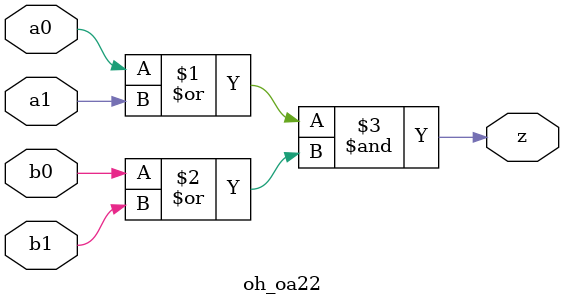
<source format=v>


module oh_oa22 #(parameter DW = 1 ) // array width
   (
    input [DW-1:0]  a0,
    input [DW-1:0]  a1,
    input [DW-1:0]  b0,
    input [DW-1:0]  b1, 
    output [DW-1:0] z
    );
   
   assign z = (a0 | a1) & (b0 | b1);
   
endmodule

</source>
